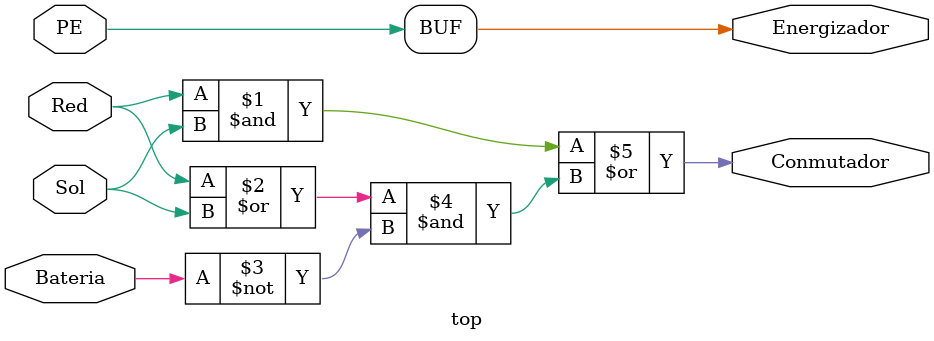
<source format=v>
/*
 * Generated by Digital. Don't modify this file!
 * Any changes will be lost if this file is regenerated.
 */

module top (
  input PE,
  input Red,
  input Bateria,
  input Sol,
  output Energizador,
  output Conmutador
);
  assign Conmutador = ((Red & Sol) | ((Red | Sol) & ~ Bateria));
  assign Energizador = PE;
endmodule

</source>
